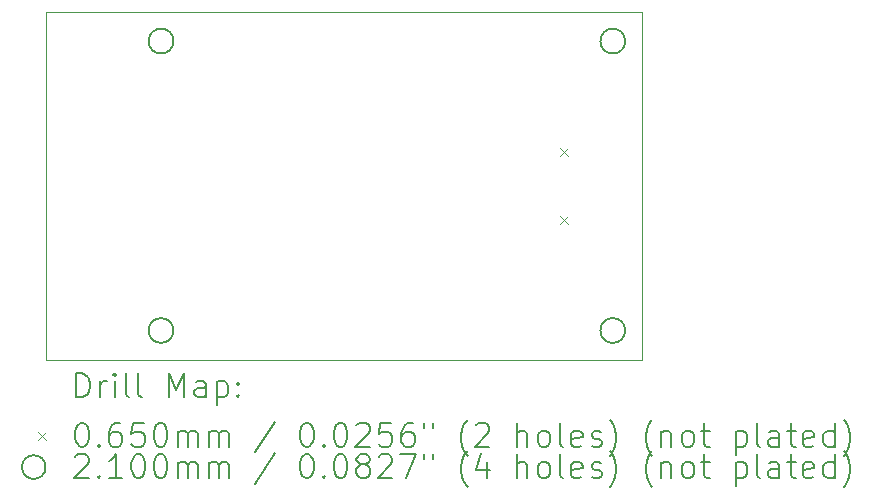
<source format=gbr>
%TF.GenerationSoftware,KiCad,Pcbnew,8.0.7*%
%TF.CreationDate,2025-04-15T10:47:45+02:00*%
%TF.ProjectId,colobus_hardware,636f6c6f-6275-4735-9f68-617264776172,rev?*%
%TF.SameCoordinates,Original*%
%TF.FileFunction,Drillmap*%
%TF.FilePolarity,Positive*%
%FSLAX45Y45*%
G04 Gerber Fmt 4.5, Leading zero omitted, Abs format (unit mm)*
G04 Created by KiCad (PCBNEW 8.0.7) date 2025-04-15 10:47:45*
%MOMM*%
%LPD*%
G01*
G04 APERTURE LIST*
%ADD10C,0.050000*%
%ADD11C,0.200000*%
%ADD12C,0.100000*%
%ADD13C,0.210000*%
G04 APERTURE END LIST*
D10*
X15050000Y-12950000D02*
X15050000Y-10000000D01*
X10000000Y-10000000D02*
X10000000Y-12950000D01*
X10000000Y-12950000D02*
X15050000Y-12950000D01*
X15050000Y-10000000D02*
X10000000Y-10000000D01*
D11*
D12*
X14357000Y-11153500D02*
X14422000Y-11218500D01*
X14422000Y-11153500D02*
X14357000Y-11218500D01*
X14357000Y-11731500D02*
X14422000Y-11796500D01*
X14422000Y-11731500D02*
X14357000Y-11796500D01*
D13*
X11080000Y-10250000D02*
G75*
G02*
X10870000Y-10250000I-105000J0D01*
G01*
X10870000Y-10250000D02*
G75*
G02*
X11080000Y-10250000I105000J0D01*
G01*
X11080000Y-12700000D02*
G75*
G02*
X10870000Y-12700000I-105000J0D01*
G01*
X10870000Y-12700000D02*
G75*
G02*
X11080000Y-12700000I105000J0D01*
G01*
X14905000Y-10250000D02*
G75*
G02*
X14695000Y-10250000I-105000J0D01*
G01*
X14695000Y-10250000D02*
G75*
G02*
X14905000Y-10250000I105000J0D01*
G01*
X14905000Y-12700000D02*
G75*
G02*
X14695000Y-12700000I-105000J0D01*
G01*
X14695000Y-12700000D02*
G75*
G02*
X14905000Y-12700000I105000J0D01*
G01*
D11*
X10258277Y-13263984D02*
X10258277Y-13063984D01*
X10258277Y-13063984D02*
X10305896Y-13063984D01*
X10305896Y-13063984D02*
X10334467Y-13073508D01*
X10334467Y-13073508D02*
X10353515Y-13092555D01*
X10353515Y-13092555D02*
X10363039Y-13111603D01*
X10363039Y-13111603D02*
X10372563Y-13149698D01*
X10372563Y-13149698D02*
X10372563Y-13178269D01*
X10372563Y-13178269D02*
X10363039Y-13216365D01*
X10363039Y-13216365D02*
X10353515Y-13235412D01*
X10353515Y-13235412D02*
X10334467Y-13254460D01*
X10334467Y-13254460D02*
X10305896Y-13263984D01*
X10305896Y-13263984D02*
X10258277Y-13263984D01*
X10458277Y-13263984D02*
X10458277Y-13130650D01*
X10458277Y-13168746D02*
X10467801Y-13149698D01*
X10467801Y-13149698D02*
X10477324Y-13140174D01*
X10477324Y-13140174D02*
X10496372Y-13130650D01*
X10496372Y-13130650D02*
X10515420Y-13130650D01*
X10582086Y-13263984D02*
X10582086Y-13130650D01*
X10582086Y-13063984D02*
X10572563Y-13073508D01*
X10572563Y-13073508D02*
X10582086Y-13083031D01*
X10582086Y-13083031D02*
X10591610Y-13073508D01*
X10591610Y-13073508D02*
X10582086Y-13063984D01*
X10582086Y-13063984D02*
X10582086Y-13083031D01*
X10705896Y-13263984D02*
X10686848Y-13254460D01*
X10686848Y-13254460D02*
X10677324Y-13235412D01*
X10677324Y-13235412D02*
X10677324Y-13063984D01*
X10810658Y-13263984D02*
X10791610Y-13254460D01*
X10791610Y-13254460D02*
X10782086Y-13235412D01*
X10782086Y-13235412D02*
X10782086Y-13063984D01*
X11039229Y-13263984D02*
X11039229Y-13063984D01*
X11039229Y-13063984D02*
X11105896Y-13206841D01*
X11105896Y-13206841D02*
X11172563Y-13063984D01*
X11172563Y-13063984D02*
X11172563Y-13263984D01*
X11353515Y-13263984D02*
X11353515Y-13159222D01*
X11353515Y-13159222D02*
X11343991Y-13140174D01*
X11343991Y-13140174D02*
X11324943Y-13130650D01*
X11324943Y-13130650D02*
X11286848Y-13130650D01*
X11286848Y-13130650D02*
X11267801Y-13140174D01*
X11353515Y-13254460D02*
X11334467Y-13263984D01*
X11334467Y-13263984D02*
X11286848Y-13263984D01*
X11286848Y-13263984D02*
X11267801Y-13254460D01*
X11267801Y-13254460D02*
X11258277Y-13235412D01*
X11258277Y-13235412D02*
X11258277Y-13216365D01*
X11258277Y-13216365D02*
X11267801Y-13197317D01*
X11267801Y-13197317D02*
X11286848Y-13187793D01*
X11286848Y-13187793D02*
X11334467Y-13187793D01*
X11334467Y-13187793D02*
X11353515Y-13178269D01*
X11448753Y-13130650D02*
X11448753Y-13330650D01*
X11448753Y-13140174D02*
X11467801Y-13130650D01*
X11467801Y-13130650D02*
X11505896Y-13130650D01*
X11505896Y-13130650D02*
X11524943Y-13140174D01*
X11524943Y-13140174D02*
X11534467Y-13149698D01*
X11534467Y-13149698D02*
X11543991Y-13168746D01*
X11543991Y-13168746D02*
X11543991Y-13225888D01*
X11543991Y-13225888D02*
X11534467Y-13244936D01*
X11534467Y-13244936D02*
X11524943Y-13254460D01*
X11524943Y-13254460D02*
X11505896Y-13263984D01*
X11505896Y-13263984D02*
X11467801Y-13263984D01*
X11467801Y-13263984D02*
X11448753Y-13254460D01*
X11629705Y-13244936D02*
X11639229Y-13254460D01*
X11639229Y-13254460D02*
X11629705Y-13263984D01*
X11629705Y-13263984D02*
X11620182Y-13254460D01*
X11620182Y-13254460D02*
X11629705Y-13244936D01*
X11629705Y-13244936D02*
X11629705Y-13263984D01*
X11629705Y-13140174D02*
X11639229Y-13149698D01*
X11639229Y-13149698D02*
X11629705Y-13159222D01*
X11629705Y-13159222D02*
X11620182Y-13149698D01*
X11620182Y-13149698D02*
X11629705Y-13140174D01*
X11629705Y-13140174D02*
X11629705Y-13159222D01*
D12*
X9932500Y-13560000D02*
X9997500Y-13625000D01*
X9997500Y-13560000D02*
X9932500Y-13625000D01*
D11*
X10296372Y-13483984D02*
X10315420Y-13483984D01*
X10315420Y-13483984D02*
X10334467Y-13493508D01*
X10334467Y-13493508D02*
X10343991Y-13503031D01*
X10343991Y-13503031D02*
X10353515Y-13522079D01*
X10353515Y-13522079D02*
X10363039Y-13560174D01*
X10363039Y-13560174D02*
X10363039Y-13607793D01*
X10363039Y-13607793D02*
X10353515Y-13645888D01*
X10353515Y-13645888D02*
X10343991Y-13664936D01*
X10343991Y-13664936D02*
X10334467Y-13674460D01*
X10334467Y-13674460D02*
X10315420Y-13683984D01*
X10315420Y-13683984D02*
X10296372Y-13683984D01*
X10296372Y-13683984D02*
X10277324Y-13674460D01*
X10277324Y-13674460D02*
X10267801Y-13664936D01*
X10267801Y-13664936D02*
X10258277Y-13645888D01*
X10258277Y-13645888D02*
X10248753Y-13607793D01*
X10248753Y-13607793D02*
X10248753Y-13560174D01*
X10248753Y-13560174D02*
X10258277Y-13522079D01*
X10258277Y-13522079D02*
X10267801Y-13503031D01*
X10267801Y-13503031D02*
X10277324Y-13493508D01*
X10277324Y-13493508D02*
X10296372Y-13483984D01*
X10448753Y-13664936D02*
X10458277Y-13674460D01*
X10458277Y-13674460D02*
X10448753Y-13683984D01*
X10448753Y-13683984D02*
X10439229Y-13674460D01*
X10439229Y-13674460D02*
X10448753Y-13664936D01*
X10448753Y-13664936D02*
X10448753Y-13683984D01*
X10629705Y-13483984D02*
X10591610Y-13483984D01*
X10591610Y-13483984D02*
X10572563Y-13493508D01*
X10572563Y-13493508D02*
X10563039Y-13503031D01*
X10563039Y-13503031D02*
X10543991Y-13531603D01*
X10543991Y-13531603D02*
X10534467Y-13569698D01*
X10534467Y-13569698D02*
X10534467Y-13645888D01*
X10534467Y-13645888D02*
X10543991Y-13664936D01*
X10543991Y-13664936D02*
X10553515Y-13674460D01*
X10553515Y-13674460D02*
X10572563Y-13683984D01*
X10572563Y-13683984D02*
X10610658Y-13683984D01*
X10610658Y-13683984D02*
X10629705Y-13674460D01*
X10629705Y-13674460D02*
X10639229Y-13664936D01*
X10639229Y-13664936D02*
X10648753Y-13645888D01*
X10648753Y-13645888D02*
X10648753Y-13598269D01*
X10648753Y-13598269D02*
X10639229Y-13579222D01*
X10639229Y-13579222D02*
X10629705Y-13569698D01*
X10629705Y-13569698D02*
X10610658Y-13560174D01*
X10610658Y-13560174D02*
X10572563Y-13560174D01*
X10572563Y-13560174D02*
X10553515Y-13569698D01*
X10553515Y-13569698D02*
X10543991Y-13579222D01*
X10543991Y-13579222D02*
X10534467Y-13598269D01*
X10829705Y-13483984D02*
X10734467Y-13483984D01*
X10734467Y-13483984D02*
X10724944Y-13579222D01*
X10724944Y-13579222D02*
X10734467Y-13569698D01*
X10734467Y-13569698D02*
X10753515Y-13560174D01*
X10753515Y-13560174D02*
X10801134Y-13560174D01*
X10801134Y-13560174D02*
X10820182Y-13569698D01*
X10820182Y-13569698D02*
X10829705Y-13579222D01*
X10829705Y-13579222D02*
X10839229Y-13598269D01*
X10839229Y-13598269D02*
X10839229Y-13645888D01*
X10839229Y-13645888D02*
X10829705Y-13664936D01*
X10829705Y-13664936D02*
X10820182Y-13674460D01*
X10820182Y-13674460D02*
X10801134Y-13683984D01*
X10801134Y-13683984D02*
X10753515Y-13683984D01*
X10753515Y-13683984D02*
X10734467Y-13674460D01*
X10734467Y-13674460D02*
X10724944Y-13664936D01*
X10963039Y-13483984D02*
X10982086Y-13483984D01*
X10982086Y-13483984D02*
X11001134Y-13493508D01*
X11001134Y-13493508D02*
X11010658Y-13503031D01*
X11010658Y-13503031D02*
X11020182Y-13522079D01*
X11020182Y-13522079D02*
X11029705Y-13560174D01*
X11029705Y-13560174D02*
X11029705Y-13607793D01*
X11029705Y-13607793D02*
X11020182Y-13645888D01*
X11020182Y-13645888D02*
X11010658Y-13664936D01*
X11010658Y-13664936D02*
X11001134Y-13674460D01*
X11001134Y-13674460D02*
X10982086Y-13683984D01*
X10982086Y-13683984D02*
X10963039Y-13683984D01*
X10963039Y-13683984D02*
X10943991Y-13674460D01*
X10943991Y-13674460D02*
X10934467Y-13664936D01*
X10934467Y-13664936D02*
X10924944Y-13645888D01*
X10924944Y-13645888D02*
X10915420Y-13607793D01*
X10915420Y-13607793D02*
X10915420Y-13560174D01*
X10915420Y-13560174D02*
X10924944Y-13522079D01*
X10924944Y-13522079D02*
X10934467Y-13503031D01*
X10934467Y-13503031D02*
X10943991Y-13493508D01*
X10943991Y-13493508D02*
X10963039Y-13483984D01*
X11115420Y-13683984D02*
X11115420Y-13550650D01*
X11115420Y-13569698D02*
X11124944Y-13560174D01*
X11124944Y-13560174D02*
X11143991Y-13550650D01*
X11143991Y-13550650D02*
X11172563Y-13550650D01*
X11172563Y-13550650D02*
X11191610Y-13560174D01*
X11191610Y-13560174D02*
X11201134Y-13579222D01*
X11201134Y-13579222D02*
X11201134Y-13683984D01*
X11201134Y-13579222D02*
X11210658Y-13560174D01*
X11210658Y-13560174D02*
X11229705Y-13550650D01*
X11229705Y-13550650D02*
X11258277Y-13550650D01*
X11258277Y-13550650D02*
X11277324Y-13560174D01*
X11277324Y-13560174D02*
X11286848Y-13579222D01*
X11286848Y-13579222D02*
X11286848Y-13683984D01*
X11382086Y-13683984D02*
X11382086Y-13550650D01*
X11382086Y-13569698D02*
X11391610Y-13560174D01*
X11391610Y-13560174D02*
X11410658Y-13550650D01*
X11410658Y-13550650D02*
X11439229Y-13550650D01*
X11439229Y-13550650D02*
X11458277Y-13560174D01*
X11458277Y-13560174D02*
X11467801Y-13579222D01*
X11467801Y-13579222D02*
X11467801Y-13683984D01*
X11467801Y-13579222D02*
X11477324Y-13560174D01*
X11477324Y-13560174D02*
X11496372Y-13550650D01*
X11496372Y-13550650D02*
X11524943Y-13550650D01*
X11524943Y-13550650D02*
X11543991Y-13560174D01*
X11543991Y-13560174D02*
X11553515Y-13579222D01*
X11553515Y-13579222D02*
X11553515Y-13683984D01*
X11943991Y-13474460D02*
X11772563Y-13731603D01*
X12201134Y-13483984D02*
X12220182Y-13483984D01*
X12220182Y-13483984D02*
X12239229Y-13493508D01*
X12239229Y-13493508D02*
X12248753Y-13503031D01*
X12248753Y-13503031D02*
X12258277Y-13522079D01*
X12258277Y-13522079D02*
X12267801Y-13560174D01*
X12267801Y-13560174D02*
X12267801Y-13607793D01*
X12267801Y-13607793D02*
X12258277Y-13645888D01*
X12258277Y-13645888D02*
X12248753Y-13664936D01*
X12248753Y-13664936D02*
X12239229Y-13674460D01*
X12239229Y-13674460D02*
X12220182Y-13683984D01*
X12220182Y-13683984D02*
X12201134Y-13683984D01*
X12201134Y-13683984D02*
X12182086Y-13674460D01*
X12182086Y-13674460D02*
X12172563Y-13664936D01*
X12172563Y-13664936D02*
X12163039Y-13645888D01*
X12163039Y-13645888D02*
X12153515Y-13607793D01*
X12153515Y-13607793D02*
X12153515Y-13560174D01*
X12153515Y-13560174D02*
X12163039Y-13522079D01*
X12163039Y-13522079D02*
X12172563Y-13503031D01*
X12172563Y-13503031D02*
X12182086Y-13493508D01*
X12182086Y-13493508D02*
X12201134Y-13483984D01*
X12353515Y-13664936D02*
X12363039Y-13674460D01*
X12363039Y-13674460D02*
X12353515Y-13683984D01*
X12353515Y-13683984D02*
X12343991Y-13674460D01*
X12343991Y-13674460D02*
X12353515Y-13664936D01*
X12353515Y-13664936D02*
X12353515Y-13683984D01*
X12486848Y-13483984D02*
X12505896Y-13483984D01*
X12505896Y-13483984D02*
X12524944Y-13493508D01*
X12524944Y-13493508D02*
X12534467Y-13503031D01*
X12534467Y-13503031D02*
X12543991Y-13522079D01*
X12543991Y-13522079D02*
X12553515Y-13560174D01*
X12553515Y-13560174D02*
X12553515Y-13607793D01*
X12553515Y-13607793D02*
X12543991Y-13645888D01*
X12543991Y-13645888D02*
X12534467Y-13664936D01*
X12534467Y-13664936D02*
X12524944Y-13674460D01*
X12524944Y-13674460D02*
X12505896Y-13683984D01*
X12505896Y-13683984D02*
X12486848Y-13683984D01*
X12486848Y-13683984D02*
X12467801Y-13674460D01*
X12467801Y-13674460D02*
X12458277Y-13664936D01*
X12458277Y-13664936D02*
X12448753Y-13645888D01*
X12448753Y-13645888D02*
X12439229Y-13607793D01*
X12439229Y-13607793D02*
X12439229Y-13560174D01*
X12439229Y-13560174D02*
X12448753Y-13522079D01*
X12448753Y-13522079D02*
X12458277Y-13503031D01*
X12458277Y-13503031D02*
X12467801Y-13493508D01*
X12467801Y-13493508D02*
X12486848Y-13483984D01*
X12629706Y-13503031D02*
X12639229Y-13493508D01*
X12639229Y-13493508D02*
X12658277Y-13483984D01*
X12658277Y-13483984D02*
X12705896Y-13483984D01*
X12705896Y-13483984D02*
X12724944Y-13493508D01*
X12724944Y-13493508D02*
X12734467Y-13503031D01*
X12734467Y-13503031D02*
X12743991Y-13522079D01*
X12743991Y-13522079D02*
X12743991Y-13541127D01*
X12743991Y-13541127D02*
X12734467Y-13569698D01*
X12734467Y-13569698D02*
X12620182Y-13683984D01*
X12620182Y-13683984D02*
X12743991Y-13683984D01*
X12924944Y-13483984D02*
X12829706Y-13483984D01*
X12829706Y-13483984D02*
X12820182Y-13579222D01*
X12820182Y-13579222D02*
X12829706Y-13569698D01*
X12829706Y-13569698D02*
X12848753Y-13560174D01*
X12848753Y-13560174D02*
X12896372Y-13560174D01*
X12896372Y-13560174D02*
X12915420Y-13569698D01*
X12915420Y-13569698D02*
X12924944Y-13579222D01*
X12924944Y-13579222D02*
X12934467Y-13598269D01*
X12934467Y-13598269D02*
X12934467Y-13645888D01*
X12934467Y-13645888D02*
X12924944Y-13664936D01*
X12924944Y-13664936D02*
X12915420Y-13674460D01*
X12915420Y-13674460D02*
X12896372Y-13683984D01*
X12896372Y-13683984D02*
X12848753Y-13683984D01*
X12848753Y-13683984D02*
X12829706Y-13674460D01*
X12829706Y-13674460D02*
X12820182Y-13664936D01*
X13105896Y-13483984D02*
X13067801Y-13483984D01*
X13067801Y-13483984D02*
X13048753Y-13493508D01*
X13048753Y-13493508D02*
X13039229Y-13503031D01*
X13039229Y-13503031D02*
X13020182Y-13531603D01*
X13020182Y-13531603D02*
X13010658Y-13569698D01*
X13010658Y-13569698D02*
X13010658Y-13645888D01*
X13010658Y-13645888D02*
X13020182Y-13664936D01*
X13020182Y-13664936D02*
X13029706Y-13674460D01*
X13029706Y-13674460D02*
X13048753Y-13683984D01*
X13048753Y-13683984D02*
X13086848Y-13683984D01*
X13086848Y-13683984D02*
X13105896Y-13674460D01*
X13105896Y-13674460D02*
X13115420Y-13664936D01*
X13115420Y-13664936D02*
X13124944Y-13645888D01*
X13124944Y-13645888D02*
X13124944Y-13598269D01*
X13124944Y-13598269D02*
X13115420Y-13579222D01*
X13115420Y-13579222D02*
X13105896Y-13569698D01*
X13105896Y-13569698D02*
X13086848Y-13560174D01*
X13086848Y-13560174D02*
X13048753Y-13560174D01*
X13048753Y-13560174D02*
X13029706Y-13569698D01*
X13029706Y-13569698D02*
X13020182Y-13579222D01*
X13020182Y-13579222D02*
X13010658Y-13598269D01*
X13201134Y-13483984D02*
X13201134Y-13522079D01*
X13277325Y-13483984D02*
X13277325Y-13522079D01*
X13572563Y-13760174D02*
X13563039Y-13750650D01*
X13563039Y-13750650D02*
X13543991Y-13722079D01*
X13543991Y-13722079D02*
X13534468Y-13703031D01*
X13534468Y-13703031D02*
X13524944Y-13674460D01*
X13524944Y-13674460D02*
X13515420Y-13626841D01*
X13515420Y-13626841D02*
X13515420Y-13588746D01*
X13515420Y-13588746D02*
X13524944Y-13541127D01*
X13524944Y-13541127D02*
X13534468Y-13512555D01*
X13534468Y-13512555D02*
X13543991Y-13493508D01*
X13543991Y-13493508D02*
X13563039Y-13464936D01*
X13563039Y-13464936D02*
X13572563Y-13455412D01*
X13639229Y-13503031D02*
X13648753Y-13493508D01*
X13648753Y-13493508D02*
X13667801Y-13483984D01*
X13667801Y-13483984D02*
X13715420Y-13483984D01*
X13715420Y-13483984D02*
X13734468Y-13493508D01*
X13734468Y-13493508D02*
X13743991Y-13503031D01*
X13743991Y-13503031D02*
X13753515Y-13522079D01*
X13753515Y-13522079D02*
X13753515Y-13541127D01*
X13753515Y-13541127D02*
X13743991Y-13569698D01*
X13743991Y-13569698D02*
X13629706Y-13683984D01*
X13629706Y-13683984D02*
X13753515Y-13683984D01*
X13991610Y-13683984D02*
X13991610Y-13483984D01*
X14077325Y-13683984D02*
X14077325Y-13579222D01*
X14077325Y-13579222D02*
X14067801Y-13560174D01*
X14067801Y-13560174D02*
X14048753Y-13550650D01*
X14048753Y-13550650D02*
X14020182Y-13550650D01*
X14020182Y-13550650D02*
X14001134Y-13560174D01*
X14001134Y-13560174D02*
X13991610Y-13569698D01*
X14201134Y-13683984D02*
X14182087Y-13674460D01*
X14182087Y-13674460D02*
X14172563Y-13664936D01*
X14172563Y-13664936D02*
X14163039Y-13645888D01*
X14163039Y-13645888D02*
X14163039Y-13588746D01*
X14163039Y-13588746D02*
X14172563Y-13569698D01*
X14172563Y-13569698D02*
X14182087Y-13560174D01*
X14182087Y-13560174D02*
X14201134Y-13550650D01*
X14201134Y-13550650D02*
X14229706Y-13550650D01*
X14229706Y-13550650D02*
X14248753Y-13560174D01*
X14248753Y-13560174D02*
X14258277Y-13569698D01*
X14258277Y-13569698D02*
X14267801Y-13588746D01*
X14267801Y-13588746D02*
X14267801Y-13645888D01*
X14267801Y-13645888D02*
X14258277Y-13664936D01*
X14258277Y-13664936D02*
X14248753Y-13674460D01*
X14248753Y-13674460D02*
X14229706Y-13683984D01*
X14229706Y-13683984D02*
X14201134Y-13683984D01*
X14382087Y-13683984D02*
X14363039Y-13674460D01*
X14363039Y-13674460D02*
X14353515Y-13655412D01*
X14353515Y-13655412D02*
X14353515Y-13483984D01*
X14534468Y-13674460D02*
X14515420Y-13683984D01*
X14515420Y-13683984D02*
X14477325Y-13683984D01*
X14477325Y-13683984D02*
X14458277Y-13674460D01*
X14458277Y-13674460D02*
X14448753Y-13655412D01*
X14448753Y-13655412D02*
X14448753Y-13579222D01*
X14448753Y-13579222D02*
X14458277Y-13560174D01*
X14458277Y-13560174D02*
X14477325Y-13550650D01*
X14477325Y-13550650D02*
X14515420Y-13550650D01*
X14515420Y-13550650D02*
X14534468Y-13560174D01*
X14534468Y-13560174D02*
X14543991Y-13579222D01*
X14543991Y-13579222D02*
X14543991Y-13598269D01*
X14543991Y-13598269D02*
X14448753Y-13617317D01*
X14620182Y-13674460D02*
X14639230Y-13683984D01*
X14639230Y-13683984D02*
X14677325Y-13683984D01*
X14677325Y-13683984D02*
X14696372Y-13674460D01*
X14696372Y-13674460D02*
X14705896Y-13655412D01*
X14705896Y-13655412D02*
X14705896Y-13645888D01*
X14705896Y-13645888D02*
X14696372Y-13626841D01*
X14696372Y-13626841D02*
X14677325Y-13617317D01*
X14677325Y-13617317D02*
X14648753Y-13617317D01*
X14648753Y-13617317D02*
X14629706Y-13607793D01*
X14629706Y-13607793D02*
X14620182Y-13588746D01*
X14620182Y-13588746D02*
X14620182Y-13579222D01*
X14620182Y-13579222D02*
X14629706Y-13560174D01*
X14629706Y-13560174D02*
X14648753Y-13550650D01*
X14648753Y-13550650D02*
X14677325Y-13550650D01*
X14677325Y-13550650D02*
X14696372Y-13560174D01*
X14772563Y-13760174D02*
X14782087Y-13750650D01*
X14782087Y-13750650D02*
X14801134Y-13722079D01*
X14801134Y-13722079D02*
X14810658Y-13703031D01*
X14810658Y-13703031D02*
X14820182Y-13674460D01*
X14820182Y-13674460D02*
X14829706Y-13626841D01*
X14829706Y-13626841D02*
X14829706Y-13588746D01*
X14829706Y-13588746D02*
X14820182Y-13541127D01*
X14820182Y-13541127D02*
X14810658Y-13512555D01*
X14810658Y-13512555D02*
X14801134Y-13493508D01*
X14801134Y-13493508D02*
X14782087Y-13464936D01*
X14782087Y-13464936D02*
X14772563Y-13455412D01*
X15134468Y-13760174D02*
X15124944Y-13750650D01*
X15124944Y-13750650D02*
X15105896Y-13722079D01*
X15105896Y-13722079D02*
X15096372Y-13703031D01*
X15096372Y-13703031D02*
X15086849Y-13674460D01*
X15086849Y-13674460D02*
X15077325Y-13626841D01*
X15077325Y-13626841D02*
X15077325Y-13588746D01*
X15077325Y-13588746D02*
X15086849Y-13541127D01*
X15086849Y-13541127D02*
X15096372Y-13512555D01*
X15096372Y-13512555D02*
X15105896Y-13493508D01*
X15105896Y-13493508D02*
X15124944Y-13464936D01*
X15124944Y-13464936D02*
X15134468Y-13455412D01*
X15210658Y-13550650D02*
X15210658Y-13683984D01*
X15210658Y-13569698D02*
X15220182Y-13560174D01*
X15220182Y-13560174D02*
X15239230Y-13550650D01*
X15239230Y-13550650D02*
X15267801Y-13550650D01*
X15267801Y-13550650D02*
X15286849Y-13560174D01*
X15286849Y-13560174D02*
X15296372Y-13579222D01*
X15296372Y-13579222D02*
X15296372Y-13683984D01*
X15420182Y-13683984D02*
X15401134Y-13674460D01*
X15401134Y-13674460D02*
X15391611Y-13664936D01*
X15391611Y-13664936D02*
X15382087Y-13645888D01*
X15382087Y-13645888D02*
X15382087Y-13588746D01*
X15382087Y-13588746D02*
X15391611Y-13569698D01*
X15391611Y-13569698D02*
X15401134Y-13560174D01*
X15401134Y-13560174D02*
X15420182Y-13550650D01*
X15420182Y-13550650D02*
X15448753Y-13550650D01*
X15448753Y-13550650D02*
X15467801Y-13560174D01*
X15467801Y-13560174D02*
X15477325Y-13569698D01*
X15477325Y-13569698D02*
X15486849Y-13588746D01*
X15486849Y-13588746D02*
X15486849Y-13645888D01*
X15486849Y-13645888D02*
X15477325Y-13664936D01*
X15477325Y-13664936D02*
X15467801Y-13674460D01*
X15467801Y-13674460D02*
X15448753Y-13683984D01*
X15448753Y-13683984D02*
X15420182Y-13683984D01*
X15543992Y-13550650D02*
X15620182Y-13550650D01*
X15572563Y-13483984D02*
X15572563Y-13655412D01*
X15572563Y-13655412D02*
X15582087Y-13674460D01*
X15582087Y-13674460D02*
X15601134Y-13683984D01*
X15601134Y-13683984D02*
X15620182Y-13683984D01*
X15839230Y-13550650D02*
X15839230Y-13750650D01*
X15839230Y-13560174D02*
X15858277Y-13550650D01*
X15858277Y-13550650D02*
X15896373Y-13550650D01*
X15896373Y-13550650D02*
X15915420Y-13560174D01*
X15915420Y-13560174D02*
X15924944Y-13569698D01*
X15924944Y-13569698D02*
X15934468Y-13588746D01*
X15934468Y-13588746D02*
X15934468Y-13645888D01*
X15934468Y-13645888D02*
X15924944Y-13664936D01*
X15924944Y-13664936D02*
X15915420Y-13674460D01*
X15915420Y-13674460D02*
X15896373Y-13683984D01*
X15896373Y-13683984D02*
X15858277Y-13683984D01*
X15858277Y-13683984D02*
X15839230Y-13674460D01*
X16048753Y-13683984D02*
X16029706Y-13674460D01*
X16029706Y-13674460D02*
X16020182Y-13655412D01*
X16020182Y-13655412D02*
X16020182Y-13483984D01*
X16210658Y-13683984D02*
X16210658Y-13579222D01*
X16210658Y-13579222D02*
X16201134Y-13560174D01*
X16201134Y-13560174D02*
X16182087Y-13550650D01*
X16182087Y-13550650D02*
X16143992Y-13550650D01*
X16143992Y-13550650D02*
X16124944Y-13560174D01*
X16210658Y-13674460D02*
X16191611Y-13683984D01*
X16191611Y-13683984D02*
X16143992Y-13683984D01*
X16143992Y-13683984D02*
X16124944Y-13674460D01*
X16124944Y-13674460D02*
X16115420Y-13655412D01*
X16115420Y-13655412D02*
X16115420Y-13636365D01*
X16115420Y-13636365D02*
X16124944Y-13617317D01*
X16124944Y-13617317D02*
X16143992Y-13607793D01*
X16143992Y-13607793D02*
X16191611Y-13607793D01*
X16191611Y-13607793D02*
X16210658Y-13598269D01*
X16277325Y-13550650D02*
X16353515Y-13550650D01*
X16305896Y-13483984D02*
X16305896Y-13655412D01*
X16305896Y-13655412D02*
X16315420Y-13674460D01*
X16315420Y-13674460D02*
X16334468Y-13683984D01*
X16334468Y-13683984D02*
X16353515Y-13683984D01*
X16496373Y-13674460D02*
X16477325Y-13683984D01*
X16477325Y-13683984D02*
X16439230Y-13683984D01*
X16439230Y-13683984D02*
X16420182Y-13674460D01*
X16420182Y-13674460D02*
X16410658Y-13655412D01*
X16410658Y-13655412D02*
X16410658Y-13579222D01*
X16410658Y-13579222D02*
X16420182Y-13560174D01*
X16420182Y-13560174D02*
X16439230Y-13550650D01*
X16439230Y-13550650D02*
X16477325Y-13550650D01*
X16477325Y-13550650D02*
X16496373Y-13560174D01*
X16496373Y-13560174D02*
X16505896Y-13579222D01*
X16505896Y-13579222D02*
X16505896Y-13598269D01*
X16505896Y-13598269D02*
X16410658Y-13617317D01*
X16677325Y-13683984D02*
X16677325Y-13483984D01*
X16677325Y-13674460D02*
X16658277Y-13683984D01*
X16658277Y-13683984D02*
X16620182Y-13683984D01*
X16620182Y-13683984D02*
X16601134Y-13674460D01*
X16601134Y-13674460D02*
X16591611Y-13664936D01*
X16591611Y-13664936D02*
X16582087Y-13645888D01*
X16582087Y-13645888D02*
X16582087Y-13588746D01*
X16582087Y-13588746D02*
X16591611Y-13569698D01*
X16591611Y-13569698D02*
X16601134Y-13560174D01*
X16601134Y-13560174D02*
X16620182Y-13550650D01*
X16620182Y-13550650D02*
X16658277Y-13550650D01*
X16658277Y-13550650D02*
X16677325Y-13560174D01*
X16753515Y-13760174D02*
X16763039Y-13750650D01*
X16763039Y-13750650D02*
X16782087Y-13722079D01*
X16782087Y-13722079D02*
X16791611Y-13703031D01*
X16791611Y-13703031D02*
X16801135Y-13674460D01*
X16801135Y-13674460D02*
X16810658Y-13626841D01*
X16810658Y-13626841D02*
X16810658Y-13588746D01*
X16810658Y-13588746D02*
X16801135Y-13541127D01*
X16801135Y-13541127D02*
X16791611Y-13512555D01*
X16791611Y-13512555D02*
X16782087Y-13493508D01*
X16782087Y-13493508D02*
X16763039Y-13464936D01*
X16763039Y-13464936D02*
X16753515Y-13455412D01*
X9997500Y-13856500D02*
G75*
G02*
X9797500Y-13856500I-100000J0D01*
G01*
X9797500Y-13856500D02*
G75*
G02*
X9997500Y-13856500I100000J0D01*
G01*
X10248753Y-13767031D02*
X10258277Y-13757508D01*
X10258277Y-13757508D02*
X10277324Y-13747984D01*
X10277324Y-13747984D02*
X10324944Y-13747984D01*
X10324944Y-13747984D02*
X10343991Y-13757508D01*
X10343991Y-13757508D02*
X10353515Y-13767031D01*
X10353515Y-13767031D02*
X10363039Y-13786079D01*
X10363039Y-13786079D02*
X10363039Y-13805127D01*
X10363039Y-13805127D02*
X10353515Y-13833698D01*
X10353515Y-13833698D02*
X10239229Y-13947984D01*
X10239229Y-13947984D02*
X10363039Y-13947984D01*
X10448753Y-13928936D02*
X10458277Y-13938460D01*
X10458277Y-13938460D02*
X10448753Y-13947984D01*
X10448753Y-13947984D02*
X10439229Y-13938460D01*
X10439229Y-13938460D02*
X10448753Y-13928936D01*
X10448753Y-13928936D02*
X10448753Y-13947984D01*
X10648753Y-13947984D02*
X10534467Y-13947984D01*
X10591610Y-13947984D02*
X10591610Y-13747984D01*
X10591610Y-13747984D02*
X10572563Y-13776555D01*
X10572563Y-13776555D02*
X10553515Y-13795603D01*
X10553515Y-13795603D02*
X10534467Y-13805127D01*
X10772563Y-13747984D02*
X10791610Y-13747984D01*
X10791610Y-13747984D02*
X10810658Y-13757508D01*
X10810658Y-13757508D02*
X10820182Y-13767031D01*
X10820182Y-13767031D02*
X10829705Y-13786079D01*
X10829705Y-13786079D02*
X10839229Y-13824174D01*
X10839229Y-13824174D02*
X10839229Y-13871793D01*
X10839229Y-13871793D02*
X10829705Y-13909888D01*
X10829705Y-13909888D02*
X10820182Y-13928936D01*
X10820182Y-13928936D02*
X10810658Y-13938460D01*
X10810658Y-13938460D02*
X10791610Y-13947984D01*
X10791610Y-13947984D02*
X10772563Y-13947984D01*
X10772563Y-13947984D02*
X10753515Y-13938460D01*
X10753515Y-13938460D02*
X10743991Y-13928936D01*
X10743991Y-13928936D02*
X10734467Y-13909888D01*
X10734467Y-13909888D02*
X10724944Y-13871793D01*
X10724944Y-13871793D02*
X10724944Y-13824174D01*
X10724944Y-13824174D02*
X10734467Y-13786079D01*
X10734467Y-13786079D02*
X10743991Y-13767031D01*
X10743991Y-13767031D02*
X10753515Y-13757508D01*
X10753515Y-13757508D02*
X10772563Y-13747984D01*
X10963039Y-13747984D02*
X10982086Y-13747984D01*
X10982086Y-13747984D02*
X11001134Y-13757508D01*
X11001134Y-13757508D02*
X11010658Y-13767031D01*
X11010658Y-13767031D02*
X11020182Y-13786079D01*
X11020182Y-13786079D02*
X11029705Y-13824174D01*
X11029705Y-13824174D02*
X11029705Y-13871793D01*
X11029705Y-13871793D02*
X11020182Y-13909888D01*
X11020182Y-13909888D02*
X11010658Y-13928936D01*
X11010658Y-13928936D02*
X11001134Y-13938460D01*
X11001134Y-13938460D02*
X10982086Y-13947984D01*
X10982086Y-13947984D02*
X10963039Y-13947984D01*
X10963039Y-13947984D02*
X10943991Y-13938460D01*
X10943991Y-13938460D02*
X10934467Y-13928936D01*
X10934467Y-13928936D02*
X10924944Y-13909888D01*
X10924944Y-13909888D02*
X10915420Y-13871793D01*
X10915420Y-13871793D02*
X10915420Y-13824174D01*
X10915420Y-13824174D02*
X10924944Y-13786079D01*
X10924944Y-13786079D02*
X10934467Y-13767031D01*
X10934467Y-13767031D02*
X10943991Y-13757508D01*
X10943991Y-13757508D02*
X10963039Y-13747984D01*
X11115420Y-13947984D02*
X11115420Y-13814650D01*
X11115420Y-13833698D02*
X11124944Y-13824174D01*
X11124944Y-13824174D02*
X11143991Y-13814650D01*
X11143991Y-13814650D02*
X11172563Y-13814650D01*
X11172563Y-13814650D02*
X11191610Y-13824174D01*
X11191610Y-13824174D02*
X11201134Y-13843222D01*
X11201134Y-13843222D02*
X11201134Y-13947984D01*
X11201134Y-13843222D02*
X11210658Y-13824174D01*
X11210658Y-13824174D02*
X11229705Y-13814650D01*
X11229705Y-13814650D02*
X11258277Y-13814650D01*
X11258277Y-13814650D02*
X11277324Y-13824174D01*
X11277324Y-13824174D02*
X11286848Y-13843222D01*
X11286848Y-13843222D02*
X11286848Y-13947984D01*
X11382086Y-13947984D02*
X11382086Y-13814650D01*
X11382086Y-13833698D02*
X11391610Y-13824174D01*
X11391610Y-13824174D02*
X11410658Y-13814650D01*
X11410658Y-13814650D02*
X11439229Y-13814650D01*
X11439229Y-13814650D02*
X11458277Y-13824174D01*
X11458277Y-13824174D02*
X11467801Y-13843222D01*
X11467801Y-13843222D02*
X11467801Y-13947984D01*
X11467801Y-13843222D02*
X11477324Y-13824174D01*
X11477324Y-13824174D02*
X11496372Y-13814650D01*
X11496372Y-13814650D02*
X11524943Y-13814650D01*
X11524943Y-13814650D02*
X11543991Y-13824174D01*
X11543991Y-13824174D02*
X11553515Y-13843222D01*
X11553515Y-13843222D02*
X11553515Y-13947984D01*
X11943991Y-13738460D02*
X11772563Y-13995603D01*
X12201134Y-13747984D02*
X12220182Y-13747984D01*
X12220182Y-13747984D02*
X12239229Y-13757508D01*
X12239229Y-13757508D02*
X12248753Y-13767031D01*
X12248753Y-13767031D02*
X12258277Y-13786079D01*
X12258277Y-13786079D02*
X12267801Y-13824174D01*
X12267801Y-13824174D02*
X12267801Y-13871793D01*
X12267801Y-13871793D02*
X12258277Y-13909888D01*
X12258277Y-13909888D02*
X12248753Y-13928936D01*
X12248753Y-13928936D02*
X12239229Y-13938460D01*
X12239229Y-13938460D02*
X12220182Y-13947984D01*
X12220182Y-13947984D02*
X12201134Y-13947984D01*
X12201134Y-13947984D02*
X12182086Y-13938460D01*
X12182086Y-13938460D02*
X12172563Y-13928936D01*
X12172563Y-13928936D02*
X12163039Y-13909888D01*
X12163039Y-13909888D02*
X12153515Y-13871793D01*
X12153515Y-13871793D02*
X12153515Y-13824174D01*
X12153515Y-13824174D02*
X12163039Y-13786079D01*
X12163039Y-13786079D02*
X12172563Y-13767031D01*
X12172563Y-13767031D02*
X12182086Y-13757508D01*
X12182086Y-13757508D02*
X12201134Y-13747984D01*
X12353515Y-13928936D02*
X12363039Y-13938460D01*
X12363039Y-13938460D02*
X12353515Y-13947984D01*
X12353515Y-13947984D02*
X12343991Y-13938460D01*
X12343991Y-13938460D02*
X12353515Y-13928936D01*
X12353515Y-13928936D02*
X12353515Y-13947984D01*
X12486848Y-13747984D02*
X12505896Y-13747984D01*
X12505896Y-13747984D02*
X12524944Y-13757508D01*
X12524944Y-13757508D02*
X12534467Y-13767031D01*
X12534467Y-13767031D02*
X12543991Y-13786079D01*
X12543991Y-13786079D02*
X12553515Y-13824174D01*
X12553515Y-13824174D02*
X12553515Y-13871793D01*
X12553515Y-13871793D02*
X12543991Y-13909888D01*
X12543991Y-13909888D02*
X12534467Y-13928936D01*
X12534467Y-13928936D02*
X12524944Y-13938460D01*
X12524944Y-13938460D02*
X12505896Y-13947984D01*
X12505896Y-13947984D02*
X12486848Y-13947984D01*
X12486848Y-13947984D02*
X12467801Y-13938460D01*
X12467801Y-13938460D02*
X12458277Y-13928936D01*
X12458277Y-13928936D02*
X12448753Y-13909888D01*
X12448753Y-13909888D02*
X12439229Y-13871793D01*
X12439229Y-13871793D02*
X12439229Y-13824174D01*
X12439229Y-13824174D02*
X12448753Y-13786079D01*
X12448753Y-13786079D02*
X12458277Y-13767031D01*
X12458277Y-13767031D02*
X12467801Y-13757508D01*
X12467801Y-13757508D02*
X12486848Y-13747984D01*
X12667801Y-13833698D02*
X12648753Y-13824174D01*
X12648753Y-13824174D02*
X12639229Y-13814650D01*
X12639229Y-13814650D02*
X12629706Y-13795603D01*
X12629706Y-13795603D02*
X12629706Y-13786079D01*
X12629706Y-13786079D02*
X12639229Y-13767031D01*
X12639229Y-13767031D02*
X12648753Y-13757508D01*
X12648753Y-13757508D02*
X12667801Y-13747984D01*
X12667801Y-13747984D02*
X12705896Y-13747984D01*
X12705896Y-13747984D02*
X12724944Y-13757508D01*
X12724944Y-13757508D02*
X12734467Y-13767031D01*
X12734467Y-13767031D02*
X12743991Y-13786079D01*
X12743991Y-13786079D02*
X12743991Y-13795603D01*
X12743991Y-13795603D02*
X12734467Y-13814650D01*
X12734467Y-13814650D02*
X12724944Y-13824174D01*
X12724944Y-13824174D02*
X12705896Y-13833698D01*
X12705896Y-13833698D02*
X12667801Y-13833698D01*
X12667801Y-13833698D02*
X12648753Y-13843222D01*
X12648753Y-13843222D02*
X12639229Y-13852746D01*
X12639229Y-13852746D02*
X12629706Y-13871793D01*
X12629706Y-13871793D02*
X12629706Y-13909888D01*
X12629706Y-13909888D02*
X12639229Y-13928936D01*
X12639229Y-13928936D02*
X12648753Y-13938460D01*
X12648753Y-13938460D02*
X12667801Y-13947984D01*
X12667801Y-13947984D02*
X12705896Y-13947984D01*
X12705896Y-13947984D02*
X12724944Y-13938460D01*
X12724944Y-13938460D02*
X12734467Y-13928936D01*
X12734467Y-13928936D02*
X12743991Y-13909888D01*
X12743991Y-13909888D02*
X12743991Y-13871793D01*
X12743991Y-13871793D02*
X12734467Y-13852746D01*
X12734467Y-13852746D02*
X12724944Y-13843222D01*
X12724944Y-13843222D02*
X12705896Y-13833698D01*
X12820182Y-13767031D02*
X12829706Y-13757508D01*
X12829706Y-13757508D02*
X12848753Y-13747984D01*
X12848753Y-13747984D02*
X12896372Y-13747984D01*
X12896372Y-13747984D02*
X12915420Y-13757508D01*
X12915420Y-13757508D02*
X12924944Y-13767031D01*
X12924944Y-13767031D02*
X12934467Y-13786079D01*
X12934467Y-13786079D02*
X12934467Y-13805127D01*
X12934467Y-13805127D02*
X12924944Y-13833698D01*
X12924944Y-13833698D02*
X12810658Y-13947984D01*
X12810658Y-13947984D02*
X12934467Y-13947984D01*
X13001134Y-13747984D02*
X13134467Y-13747984D01*
X13134467Y-13747984D02*
X13048753Y-13947984D01*
X13201134Y-13747984D02*
X13201134Y-13786079D01*
X13277325Y-13747984D02*
X13277325Y-13786079D01*
X13572563Y-14024174D02*
X13563039Y-14014650D01*
X13563039Y-14014650D02*
X13543991Y-13986079D01*
X13543991Y-13986079D02*
X13534468Y-13967031D01*
X13534468Y-13967031D02*
X13524944Y-13938460D01*
X13524944Y-13938460D02*
X13515420Y-13890841D01*
X13515420Y-13890841D02*
X13515420Y-13852746D01*
X13515420Y-13852746D02*
X13524944Y-13805127D01*
X13524944Y-13805127D02*
X13534468Y-13776555D01*
X13534468Y-13776555D02*
X13543991Y-13757508D01*
X13543991Y-13757508D02*
X13563039Y-13728936D01*
X13563039Y-13728936D02*
X13572563Y-13719412D01*
X13734468Y-13814650D02*
X13734468Y-13947984D01*
X13686848Y-13738460D02*
X13639229Y-13881317D01*
X13639229Y-13881317D02*
X13763039Y-13881317D01*
X13991610Y-13947984D02*
X13991610Y-13747984D01*
X14077325Y-13947984D02*
X14077325Y-13843222D01*
X14077325Y-13843222D02*
X14067801Y-13824174D01*
X14067801Y-13824174D02*
X14048753Y-13814650D01*
X14048753Y-13814650D02*
X14020182Y-13814650D01*
X14020182Y-13814650D02*
X14001134Y-13824174D01*
X14001134Y-13824174D02*
X13991610Y-13833698D01*
X14201134Y-13947984D02*
X14182087Y-13938460D01*
X14182087Y-13938460D02*
X14172563Y-13928936D01*
X14172563Y-13928936D02*
X14163039Y-13909888D01*
X14163039Y-13909888D02*
X14163039Y-13852746D01*
X14163039Y-13852746D02*
X14172563Y-13833698D01*
X14172563Y-13833698D02*
X14182087Y-13824174D01*
X14182087Y-13824174D02*
X14201134Y-13814650D01*
X14201134Y-13814650D02*
X14229706Y-13814650D01*
X14229706Y-13814650D02*
X14248753Y-13824174D01*
X14248753Y-13824174D02*
X14258277Y-13833698D01*
X14258277Y-13833698D02*
X14267801Y-13852746D01*
X14267801Y-13852746D02*
X14267801Y-13909888D01*
X14267801Y-13909888D02*
X14258277Y-13928936D01*
X14258277Y-13928936D02*
X14248753Y-13938460D01*
X14248753Y-13938460D02*
X14229706Y-13947984D01*
X14229706Y-13947984D02*
X14201134Y-13947984D01*
X14382087Y-13947984D02*
X14363039Y-13938460D01*
X14363039Y-13938460D02*
X14353515Y-13919412D01*
X14353515Y-13919412D02*
X14353515Y-13747984D01*
X14534468Y-13938460D02*
X14515420Y-13947984D01*
X14515420Y-13947984D02*
X14477325Y-13947984D01*
X14477325Y-13947984D02*
X14458277Y-13938460D01*
X14458277Y-13938460D02*
X14448753Y-13919412D01*
X14448753Y-13919412D02*
X14448753Y-13843222D01*
X14448753Y-13843222D02*
X14458277Y-13824174D01*
X14458277Y-13824174D02*
X14477325Y-13814650D01*
X14477325Y-13814650D02*
X14515420Y-13814650D01*
X14515420Y-13814650D02*
X14534468Y-13824174D01*
X14534468Y-13824174D02*
X14543991Y-13843222D01*
X14543991Y-13843222D02*
X14543991Y-13862269D01*
X14543991Y-13862269D02*
X14448753Y-13881317D01*
X14620182Y-13938460D02*
X14639230Y-13947984D01*
X14639230Y-13947984D02*
X14677325Y-13947984D01*
X14677325Y-13947984D02*
X14696372Y-13938460D01*
X14696372Y-13938460D02*
X14705896Y-13919412D01*
X14705896Y-13919412D02*
X14705896Y-13909888D01*
X14705896Y-13909888D02*
X14696372Y-13890841D01*
X14696372Y-13890841D02*
X14677325Y-13881317D01*
X14677325Y-13881317D02*
X14648753Y-13881317D01*
X14648753Y-13881317D02*
X14629706Y-13871793D01*
X14629706Y-13871793D02*
X14620182Y-13852746D01*
X14620182Y-13852746D02*
X14620182Y-13843222D01*
X14620182Y-13843222D02*
X14629706Y-13824174D01*
X14629706Y-13824174D02*
X14648753Y-13814650D01*
X14648753Y-13814650D02*
X14677325Y-13814650D01*
X14677325Y-13814650D02*
X14696372Y-13824174D01*
X14772563Y-14024174D02*
X14782087Y-14014650D01*
X14782087Y-14014650D02*
X14801134Y-13986079D01*
X14801134Y-13986079D02*
X14810658Y-13967031D01*
X14810658Y-13967031D02*
X14820182Y-13938460D01*
X14820182Y-13938460D02*
X14829706Y-13890841D01*
X14829706Y-13890841D02*
X14829706Y-13852746D01*
X14829706Y-13852746D02*
X14820182Y-13805127D01*
X14820182Y-13805127D02*
X14810658Y-13776555D01*
X14810658Y-13776555D02*
X14801134Y-13757508D01*
X14801134Y-13757508D02*
X14782087Y-13728936D01*
X14782087Y-13728936D02*
X14772563Y-13719412D01*
X15134468Y-14024174D02*
X15124944Y-14014650D01*
X15124944Y-14014650D02*
X15105896Y-13986079D01*
X15105896Y-13986079D02*
X15096372Y-13967031D01*
X15096372Y-13967031D02*
X15086849Y-13938460D01*
X15086849Y-13938460D02*
X15077325Y-13890841D01*
X15077325Y-13890841D02*
X15077325Y-13852746D01*
X15077325Y-13852746D02*
X15086849Y-13805127D01*
X15086849Y-13805127D02*
X15096372Y-13776555D01*
X15096372Y-13776555D02*
X15105896Y-13757508D01*
X15105896Y-13757508D02*
X15124944Y-13728936D01*
X15124944Y-13728936D02*
X15134468Y-13719412D01*
X15210658Y-13814650D02*
X15210658Y-13947984D01*
X15210658Y-13833698D02*
X15220182Y-13824174D01*
X15220182Y-13824174D02*
X15239230Y-13814650D01*
X15239230Y-13814650D02*
X15267801Y-13814650D01*
X15267801Y-13814650D02*
X15286849Y-13824174D01*
X15286849Y-13824174D02*
X15296372Y-13843222D01*
X15296372Y-13843222D02*
X15296372Y-13947984D01*
X15420182Y-13947984D02*
X15401134Y-13938460D01*
X15401134Y-13938460D02*
X15391611Y-13928936D01*
X15391611Y-13928936D02*
X15382087Y-13909888D01*
X15382087Y-13909888D02*
X15382087Y-13852746D01*
X15382087Y-13852746D02*
X15391611Y-13833698D01*
X15391611Y-13833698D02*
X15401134Y-13824174D01*
X15401134Y-13824174D02*
X15420182Y-13814650D01*
X15420182Y-13814650D02*
X15448753Y-13814650D01*
X15448753Y-13814650D02*
X15467801Y-13824174D01*
X15467801Y-13824174D02*
X15477325Y-13833698D01*
X15477325Y-13833698D02*
X15486849Y-13852746D01*
X15486849Y-13852746D02*
X15486849Y-13909888D01*
X15486849Y-13909888D02*
X15477325Y-13928936D01*
X15477325Y-13928936D02*
X15467801Y-13938460D01*
X15467801Y-13938460D02*
X15448753Y-13947984D01*
X15448753Y-13947984D02*
X15420182Y-13947984D01*
X15543992Y-13814650D02*
X15620182Y-13814650D01*
X15572563Y-13747984D02*
X15572563Y-13919412D01*
X15572563Y-13919412D02*
X15582087Y-13938460D01*
X15582087Y-13938460D02*
X15601134Y-13947984D01*
X15601134Y-13947984D02*
X15620182Y-13947984D01*
X15839230Y-13814650D02*
X15839230Y-14014650D01*
X15839230Y-13824174D02*
X15858277Y-13814650D01*
X15858277Y-13814650D02*
X15896373Y-13814650D01*
X15896373Y-13814650D02*
X15915420Y-13824174D01*
X15915420Y-13824174D02*
X15924944Y-13833698D01*
X15924944Y-13833698D02*
X15934468Y-13852746D01*
X15934468Y-13852746D02*
X15934468Y-13909888D01*
X15934468Y-13909888D02*
X15924944Y-13928936D01*
X15924944Y-13928936D02*
X15915420Y-13938460D01*
X15915420Y-13938460D02*
X15896373Y-13947984D01*
X15896373Y-13947984D02*
X15858277Y-13947984D01*
X15858277Y-13947984D02*
X15839230Y-13938460D01*
X16048753Y-13947984D02*
X16029706Y-13938460D01*
X16029706Y-13938460D02*
X16020182Y-13919412D01*
X16020182Y-13919412D02*
X16020182Y-13747984D01*
X16210658Y-13947984D02*
X16210658Y-13843222D01*
X16210658Y-13843222D02*
X16201134Y-13824174D01*
X16201134Y-13824174D02*
X16182087Y-13814650D01*
X16182087Y-13814650D02*
X16143992Y-13814650D01*
X16143992Y-13814650D02*
X16124944Y-13824174D01*
X16210658Y-13938460D02*
X16191611Y-13947984D01*
X16191611Y-13947984D02*
X16143992Y-13947984D01*
X16143992Y-13947984D02*
X16124944Y-13938460D01*
X16124944Y-13938460D02*
X16115420Y-13919412D01*
X16115420Y-13919412D02*
X16115420Y-13900365D01*
X16115420Y-13900365D02*
X16124944Y-13881317D01*
X16124944Y-13881317D02*
X16143992Y-13871793D01*
X16143992Y-13871793D02*
X16191611Y-13871793D01*
X16191611Y-13871793D02*
X16210658Y-13862269D01*
X16277325Y-13814650D02*
X16353515Y-13814650D01*
X16305896Y-13747984D02*
X16305896Y-13919412D01*
X16305896Y-13919412D02*
X16315420Y-13938460D01*
X16315420Y-13938460D02*
X16334468Y-13947984D01*
X16334468Y-13947984D02*
X16353515Y-13947984D01*
X16496373Y-13938460D02*
X16477325Y-13947984D01*
X16477325Y-13947984D02*
X16439230Y-13947984D01*
X16439230Y-13947984D02*
X16420182Y-13938460D01*
X16420182Y-13938460D02*
X16410658Y-13919412D01*
X16410658Y-13919412D02*
X16410658Y-13843222D01*
X16410658Y-13843222D02*
X16420182Y-13824174D01*
X16420182Y-13824174D02*
X16439230Y-13814650D01*
X16439230Y-13814650D02*
X16477325Y-13814650D01*
X16477325Y-13814650D02*
X16496373Y-13824174D01*
X16496373Y-13824174D02*
X16505896Y-13843222D01*
X16505896Y-13843222D02*
X16505896Y-13862269D01*
X16505896Y-13862269D02*
X16410658Y-13881317D01*
X16677325Y-13947984D02*
X16677325Y-13747984D01*
X16677325Y-13938460D02*
X16658277Y-13947984D01*
X16658277Y-13947984D02*
X16620182Y-13947984D01*
X16620182Y-13947984D02*
X16601134Y-13938460D01*
X16601134Y-13938460D02*
X16591611Y-13928936D01*
X16591611Y-13928936D02*
X16582087Y-13909888D01*
X16582087Y-13909888D02*
X16582087Y-13852746D01*
X16582087Y-13852746D02*
X16591611Y-13833698D01*
X16591611Y-13833698D02*
X16601134Y-13824174D01*
X16601134Y-13824174D02*
X16620182Y-13814650D01*
X16620182Y-13814650D02*
X16658277Y-13814650D01*
X16658277Y-13814650D02*
X16677325Y-13824174D01*
X16753515Y-14024174D02*
X16763039Y-14014650D01*
X16763039Y-14014650D02*
X16782087Y-13986079D01*
X16782087Y-13986079D02*
X16791611Y-13967031D01*
X16791611Y-13967031D02*
X16801135Y-13938460D01*
X16801135Y-13938460D02*
X16810658Y-13890841D01*
X16810658Y-13890841D02*
X16810658Y-13852746D01*
X16810658Y-13852746D02*
X16801135Y-13805127D01*
X16801135Y-13805127D02*
X16791611Y-13776555D01*
X16791611Y-13776555D02*
X16782087Y-13757508D01*
X16782087Y-13757508D02*
X16763039Y-13728936D01*
X16763039Y-13728936D02*
X16753515Y-13719412D01*
M02*

</source>
